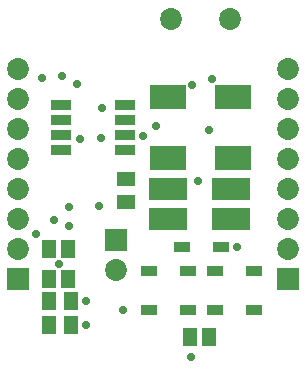
<source format=gts>
G04*
G04 #@! TF.GenerationSoftware,Altium Limited,Altium Designer,19.1.7 (138)*
G04*
G04 Layer_Color=8388736*
%FSLAX24Y24*%
%MOIN*%
G70*
G01*
G75*
%ADD20R,0.0572X0.0375*%
%ADD21R,0.0458X0.0627*%
%ADD22R,0.1300X0.0769*%
%ADD23R,0.1218X0.0836*%
%ADD24R,0.0631X0.0454*%
%ADD25R,0.0680X0.0336*%
%ADD26R,0.0454X0.0631*%
%ADD27C,0.0730*%
%ADD28R,0.0730X0.0730*%
%ADD29C,0.0280*%
D20*
X4850Y-9250D02*
D03*
X6150D02*
D03*
Y-10550D02*
D03*
X4850D02*
D03*
X8350D02*
D03*
X7050D02*
D03*
Y-9250D02*
D03*
X8350D02*
D03*
X7250Y-8450D02*
D03*
X5950D02*
D03*
D21*
X6231Y-11450D02*
D03*
X6869D02*
D03*
X1528Y-8500D02*
D03*
X2166D02*
D03*
X1528Y-9500D02*
D03*
X2166D02*
D03*
D22*
X5500Y-6508D02*
D03*
Y-7492D02*
D03*
X7600Y-6508D02*
D03*
Y-7492D02*
D03*
D23*
X5500Y-3446D02*
D03*
Y-5454D02*
D03*
X7650Y-3446D02*
D03*
Y-5454D02*
D03*
D24*
X4100Y-6176D02*
D03*
Y-6924D02*
D03*
D25*
X4068Y-3700D02*
D03*
Y-4200D02*
D03*
Y-4700D02*
D03*
Y-5200D02*
D03*
X1932D02*
D03*
Y-4700D02*
D03*
Y-4200D02*
D03*
Y-3700D02*
D03*
D26*
X2274Y-10250D02*
D03*
X1526D02*
D03*
X2274Y-11050D02*
D03*
X1526D02*
D03*
D27*
X3750Y-9200D02*
D03*
X5581Y-850D02*
D03*
X7550D02*
D03*
X9500Y-2500D02*
D03*
Y-3500D02*
D03*
Y-4500D02*
D03*
Y-5500D02*
D03*
Y-6500D02*
D03*
Y-7500D02*
D03*
Y-8500D02*
D03*
X500Y-2500D02*
D03*
Y-3500D02*
D03*
Y-4500D02*
D03*
Y-5500D02*
D03*
Y-6500D02*
D03*
Y-7500D02*
D03*
Y-8500D02*
D03*
D28*
X3750Y-8200D02*
D03*
X9500Y-9500D02*
D03*
X500D02*
D03*
D29*
X5100Y-4400D02*
D03*
X4650Y-4750D02*
D03*
X3300Y-3800D02*
D03*
X3250Y-4800D02*
D03*
X2550Y-4850D02*
D03*
X1850Y-9000D02*
D03*
X1950Y-2750D02*
D03*
X2450Y-3000D02*
D03*
X6300Y-3050D02*
D03*
X6950Y-2850D02*
D03*
X6850Y-4550D02*
D03*
X2200Y-7750D02*
D03*
X1700Y-7550D02*
D03*
X2200Y-7100D02*
D03*
X1300Y-2800D02*
D03*
X6250Y-12100D02*
D03*
X4000Y-10550D02*
D03*
X7800Y-8450D02*
D03*
X1100Y-8000D02*
D03*
X2750Y-11050D02*
D03*
Y-10250D02*
D03*
X3200Y-7076D02*
D03*
X6500Y-6250D02*
D03*
M02*

</source>
